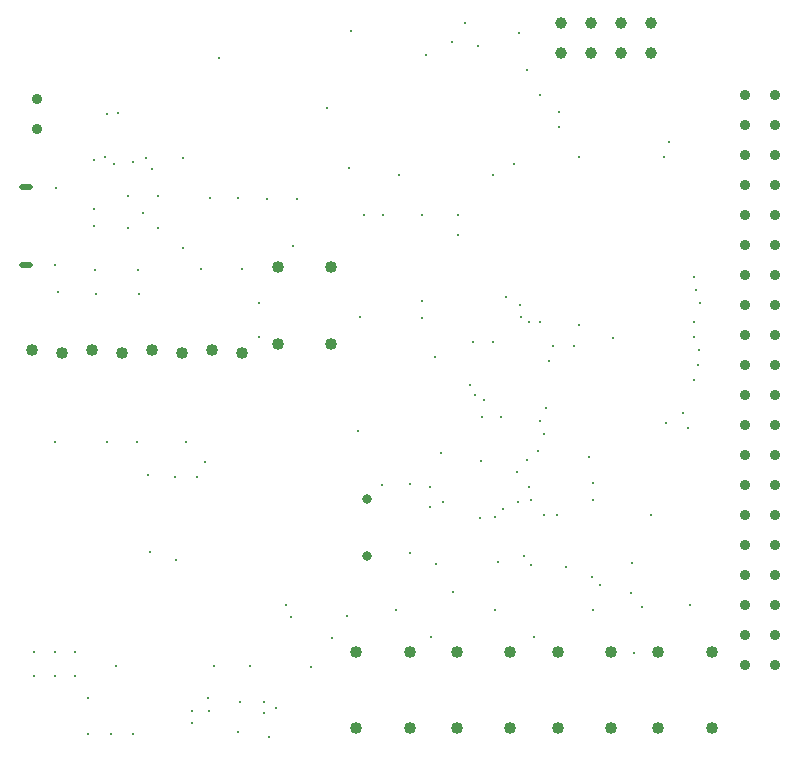
<source format=gbr>
%TF.GenerationSoftware,Novarm,DipTrace,3.2.0.1*%
%TF.CreationDate,2018-09-21T15:33:20-08:00*%
%FSLAX26Y26*%
%MOIN*%
%TF.FileFunction,Plated,1,4,PTH,Drill*%
%TF.Part,Single*%
%TA.AperFunction,ViaDrill*%
%ADD69C,0.011*%
%TA.AperFunction,ComponentDrill*%
%ADD71C,0.035433*%
%ADD72C,0.019685*%
%ADD73C,0.04*%
%ADD74C,0.03937*%
%ADD75C,0.032*%
G75*
G01*
D71*
X484316Y2471870D3*
Y2571870D3*
X462778Y2279873D2*
D72*
X435219D1*
X462778Y2020030D2*
X435219D1*
D73*
X468701Y1737450D3*
X568701Y1727450D3*
X668701Y1737450D3*
X768701Y1727450D3*
X868701Y1737450D3*
X968701Y1727450D3*
X1068701Y1737450D3*
X1168701Y1727450D3*
D71*
X2843701Y687450D3*
Y787450D3*
Y887450D3*
Y987450D3*
Y1087450D3*
Y1187450D3*
Y1287450D3*
Y1387450D3*
Y1487450D3*
Y1587450D3*
Y1687450D3*
Y1787450D3*
Y1887450D3*
Y1987450D3*
Y2087450D3*
Y2187450D3*
Y2287450D3*
Y2387450D3*
Y2487450D3*
Y2587450D3*
X2943701Y687450D3*
Y787450D3*
Y887450D3*
Y987450D3*
Y1087450D3*
Y1187450D3*
Y1287450D3*
Y1387450D3*
Y1487450D3*
Y1587450D3*
Y1687450D3*
Y1787450D3*
Y1887450D3*
Y1987450D3*
Y2087450D3*
Y2187450D3*
Y2287450D3*
Y2387450D3*
Y2487450D3*
Y2587450D3*
D73*
X1287450Y1756201D3*
Y2012201D3*
X1465450Y1756201D3*
Y2012201D3*
X1549950Y474950D3*
Y730950D3*
X1727950Y474950D3*
Y730950D3*
X1885368Y474950D3*
Y730950D3*
X2063368Y474950D3*
Y730950D3*
X2220784Y474950D3*
Y730950D3*
X2398784Y474950D3*
Y730950D3*
X2556201Y474950D3*
Y730950D3*
X2734201Y474950D3*
Y730950D3*
D74*
X2530977Y2724969D3*
Y2824969D3*
X2430977Y2724969D3*
Y2824969D3*
X2330977Y2724969D3*
Y2824969D3*
X2230977Y2724969D3*
Y2824969D3*
D75*
X1584326Y1049954D3*
Y1239954D3*
D69*
X1281108Y543948D3*
X1399845Y678309D3*
X2174950Y1456201D3*
X2680961Y1937551D3*
X2162452Y1499952D3*
X2674711Y1981297D3*
X2502855Y878288D3*
X2337247Y1293869D3*
X2687210Y1687578D3*
X2337247Y1237625D3*
X2674711Y1637583D3*
X970858Y2375912D3*
X971765Y2075037D3*
X712452Y2378164D3*
X674921Y2149952D3*
Y2206273D3*
X740540Y2356257D3*
X1562452Y1846936D3*
X548502Y2275936D3*
X837404Y2193774D3*
X1252987Y2240645D3*
X1352978D3*
X756299Y2524949D3*
X1091242Y2709324D3*
X1196826Y684326D3*
X1074879D3*
X1257591Y445436D3*
X1796824Y1214272D3*
X1728075Y1059658D3*
X1315576Y887450D3*
X681171Y1921928D3*
X824906D3*
X1331299Y846844D3*
X749696Y684326D3*
X1002314Y492840D3*
X787683Y2250181D3*
X887452Y2249950D3*
X887310Y2143841D3*
X545377Y2020030D3*
X787683Y2143780D3*
X1831050Y1393858D3*
X1728075Y1290883D3*
X1062452Y2243701D3*
X1156201D3*
X819292Y1431201D3*
X718701D3*
X731071Y456457D3*
X1531082Y2799961D3*
X1912292Y2824958D3*
X2093523Y2793711D3*
X2162265Y2587483D3*
X1524832Y2343759D3*
X1693565Y2318761D3*
X2003772Y2318550D3*
X2074774Y2356257D3*
X2293502Y2381255D3*
X2023294Y1029911D3*
X2530977Y1187630D3*
X1939103Y1762570D3*
X1812302Y1712575D3*
X2274753Y1750071D3*
X2637215Y1525095D3*
X981201Y1431201D3*
X543701D3*
X1956201Y2749950D3*
X2097213Y1847213D3*
X2224759Y2481244D3*
X2156201Y1399952D3*
X1043701Y1362452D3*
X2574722Y2381255D3*
X1781201Y2718701D3*
X2093701Y1887452D3*
X656173Y575194D3*
X612428Y731428D3*
X1156121Y462706D3*
X543685Y650187D3*
X1243612Y525200D3*
X474942Y650187D3*
X1057432Y532605D3*
X612428Y650187D3*
X949950Y1037452D3*
X474952Y731201D3*
X943701Y1312452D3*
X2131019Y1018898D3*
X2162265Y1831313D3*
X1887453Y2118701D3*
X806201Y2362452D3*
X1031777Y2005626D3*
X1768701Y1843701D3*
X849903Y2375005D3*
X1168620Y2006282D3*
X1768557Y1900055D3*
X2131019Y1237625D3*
X2674711Y1781318D3*
X2324748Y1381360D3*
X2693460Y1737572D3*
X1634196Y1287620D3*
X1556079Y1465726D3*
X868701Y2340576D3*
X1224864Y1893788D3*
Y1781318D3*
X1518583Y850166D3*
X2465576Y924952D3*
X2193512Y1700076D3*
X2405990Y1775068D3*
X1018701Y1312450D3*
X2118701Y1368701D3*
X2593470Y2431250D3*
X1868546Y2762465D3*
X2050197Y1912452D3*
X2084149Y1328240D3*
X2693806Y1893806D3*
X2362450Y953076D3*
X1243612Y562696D3*
X1871826Y931201D3*
X806158Y456457D3*
X1002314Y532604D3*
X2124769Y1281370D3*
X2674711Y1831313D3*
X2334326Y981201D3*
X1160723Y564173D3*
X1815427Y1022534D3*
X1056131Y575194D3*
X656173Y456457D3*
X1962286Y1175131D3*
X1468588Y775173D3*
X1799803Y781423D3*
X2012281Y1181381D3*
X2181013Y1543843D3*
X2143517Y781423D3*
X2087273Y1231376D3*
X2474732Y725420D3*
X2031029Y1512596D3*
X556184Y1931302D3*
X1946826Y1587452D3*
X1928076Y1618701D3*
X1974950Y1568700D3*
X1968847Y1512596D3*
X1837299Y1231376D3*
X1453076Y2543701D3*
X2468483Y1027147D3*
X2249756Y1012649D3*
X2580971Y1493848D3*
X2006032Y1762570D3*
X2206011Y1750071D3*
X676013Y2368756D3*
X821781Y2003170D3*
X678046D3*
X718667Y2521865D3*
X2293502Y1818814D3*
X2224759Y2531239D3*
X1681066Y868914D3*
X2037278Y1206378D3*
X2012450Y868914D3*
X2174764Y1187630D3*
X2218509D3*
X2337247Y868914D3*
X2655963Y1475100D3*
X2662213Y887662D3*
X862450Y1062452D3*
X543701Y731201D3*
X856201Y1318701D3*
X2109252Y1050145D3*
X1796824Y1281201D3*
X1965551Y1365600D3*
X1337352Y2084411D3*
X1637450Y2185630D3*
X1574960Y2187452D3*
X2124769Y1831313D3*
X1889274Y2187452D3*
X1768710D3*
X2118520Y2668725D3*
M02*

</source>
